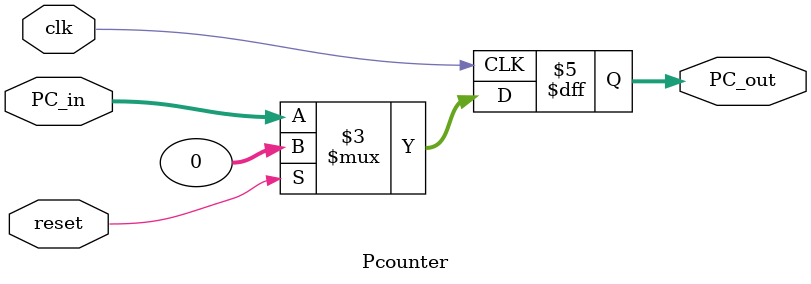
<source format=sv>

module Pcounter(
  input logic clk, reset, // Clock and reset inputs
  input logic [31:0] PC_in, // 32-bit input
  output logic [31:0] PC_out // 32-bit output
);

always_ff @(posedge clk) begin
  if (reset)
    PC_out <= 32'h00000000; // If reset is asserted, set PC_out to all zeros
  else
    PC_out <= PC_in; // If reset is de-asserted, copy PC_in to PC_out
end

endmodule



</source>
